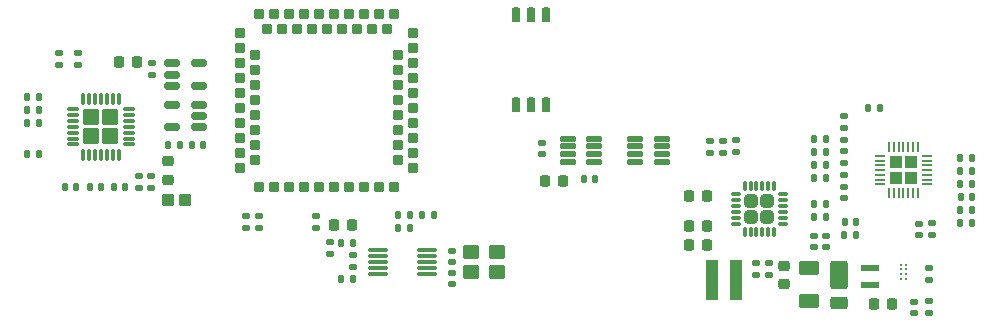
<source format=gbr>
%TF.GenerationSoftware,KiCad,Pcbnew,9.0.1+1*%
%TF.CreationDate,2025-05-26T16:30:19+08:00*%
%TF.ProjectId,audio_lab,61756469-6f5f-46c6-9162-2e6b69636164,rev?*%
%TF.SameCoordinates,Original*%
%TF.FileFunction,Paste,Top*%
%TF.FilePolarity,Positive*%
%FSLAX46Y46*%
G04 Gerber Fmt 4.6, Leading zero omitted, Abs format (unit mm)*
G04 Created by KiCad (PCBNEW 9.0.1+1) date 2025-05-26 16:30:19*
%MOMM*%
%LPD*%
G01*
G04 APERTURE LIST*
G04 Aperture macros list*
%AMRoundRect*
0 Rectangle with rounded corners*
0 $1 Rounding radius*
0 $2 $3 $4 $5 $6 $7 $8 $9 X,Y pos of 4 corners*
0 Add a 4 corners polygon primitive as box body*
4,1,4,$2,$3,$4,$5,$6,$7,$8,$9,$2,$3,0*
0 Add four circle primitives for the rounded corners*
1,1,$1+$1,$2,$3*
1,1,$1+$1,$4,$5*
1,1,$1+$1,$6,$7*
1,1,$1+$1,$8,$9*
0 Add four rect primitives between the rounded corners*
20,1,$1+$1,$2,$3,$4,$5,0*
20,1,$1+$1,$4,$5,$6,$7,0*
20,1,$1+$1,$6,$7,$8,$9,0*
20,1,$1+$1,$8,$9,$2,$3,0*%
G04 Aperture macros list end*
%ADD10RoundRect,0.150000X0.512500X0.150000X-0.512500X0.150000X-0.512500X-0.150000X0.512500X-0.150000X0*%
%ADD11RoundRect,0.135000X-0.185000X0.135000X-0.185000X-0.135000X0.185000X-0.135000X0.185000X0.135000X0*%
%ADD12RoundRect,0.140000X0.140000X0.170000X-0.140000X0.170000X-0.140000X-0.170000X0.140000X-0.170000X0*%
%ADD13RoundRect,0.140000X-0.170000X0.140000X-0.170000X-0.140000X0.170000X-0.140000X0.170000X0.140000X0*%
%ADD14RoundRect,0.250000X0.315000X0.315000X-0.315000X0.315000X-0.315000X-0.315000X0.315000X-0.315000X0*%
%ADD15RoundRect,0.075000X0.350000X0.075000X-0.350000X0.075000X-0.350000X-0.075000X0.350000X-0.075000X0*%
%ADD16RoundRect,0.075000X0.075000X0.350000X-0.075000X0.350000X-0.075000X-0.350000X0.075000X-0.350000X0*%
%ADD17RoundRect,0.081000X0.324000X0.324000X-0.324000X0.324000X-0.324000X-0.324000X0.324000X-0.324000X0*%
%ADD18RoundRect,0.140000X0.170000X-0.140000X0.170000X0.140000X-0.170000X0.140000X-0.170000X-0.140000X0*%
%ADD19RoundRect,0.225000X-0.225000X-0.250000X0.225000X-0.250000X0.225000X0.250000X-0.225000X0.250000X0*%
%ADD20RoundRect,0.135000X0.135000X0.185000X-0.135000X0.185000X-0.135000X-0.185000X0.135000X-0.185000X0*%
%ADD21RoundRect,0.250000X0.500000X-0.950000X0.500000X0.950000X-0.500000X0.950000X-0.500000X-0.950000X0*%
%ADD22RoundRect,0.250000X0.500000X-0.275000X0.500000X0.275000X-0.500000X0.275000X-0.500000X-0.275000X0*%
%ADD23RoundRect,0.135000X0.185000X-0.135000X0.185000X0.135000X-0.185000X0.135000X-0.185000X-0.135000X0*%
%ADD24RoundRect,0.140000X-0.140000X-0.170000X0.140000X-0.170000X0.140000X0.170000X-0.140000X0.170000X0*%
%ADD25RoundRect,0.250000X-0.295000X-0.295000X0.295000X-0.295000X0.295000X0.295000X-0.295000X0.295000X0*%
%ADD26RoundRect,0.050000X-0.362500X-0.050000X0.362500X-0.050000X0.362500X0.050000X-0.362500X0.050000X0*%
%ADD27RoundRect,0.050000X-0.050000X-0.362500X0.050000X-0.362500X0.050000X0.362500X-0.050000X0.362500X0*%
%ADD28RoundRect,0.250000X0.450000X0.350000X-0.450000X0.350000X-0.450000X-0.350000X0.450000X-0.350000X0*%
%ADD29RoundRect,0.135000X-0.135000X-0.185000X0.135000X-0.185000X0.135000X0.185000X-0.135000X0.185000X0*%
%ADD30RoundRect,0.218750X-0.256250X0.218750X-0.256250X-0.218750X0.256250X-0.218750X0.256250X0.218750X0*%
%ADD31RoundRect,0.125000X0.537500X0.125000X-0.537500X0.125000X-0.537500X-0.125000X0.537500X-0.125000X0*%
%ADD32RoundRect,0.147500X-0.147500X-0.172500X0.147500X-0.172500X0.147500X0.172500X-0.147500X0.172500X0*%
%ADD33RoundRect,0.050000X-0.075000X-0.075000X0.075000X-0.075000X0.075000X0.075000X-0.075000X0.075000X0*%
%ADD34C,0.230000*%
%ADD35RoundRect,0.225000X0.225000X0.250000X-0.225000X0.250000X-0.225000X-0.250000X0.225000X-0.250000X0*%
%ADD36RoundRect,0.125000X-0.537500X-0.125000X0.537500X-0.125000X0.537500X0.125000X-0.537500X0.125000X0*%
%ADD37RoundRect,0.218750X-0.218750X-0.256250X0.218750X-0.256250X0.218750X0.256250X-0.218750X0.256250X0*%
%ADD38RoundRect,0.137500X-0.662500X0.137500X-0.662500X-0.137500X0.662500X-0.137500X0.662500X0.137500X0*%
%ADD39RoundRect,0.225000X-0.250000X0.225000X-0.250000X-0.225000X0.250000X-0.225000X0.250000X0.225000X0*%
%ADD40RoundRect,0.087500X0.725000X0.087500X-0.725000X0.087500X-0.725000X-0.087500X0.725000X-0.087500X0*%
%ADD41RoundRect,0.190000X-0.190000X0.445000X-0.190000X-0.445000X0.190000X-0.445000X0.190000X0.445000X0*%
%ADD42RoundRect,0.250000X-0.287500X-0.275000X0.287500X-0.275000X0.287500X0.275000X-0.287500X0.275000X0*%
%ADD43RoundRect,0.150000X-0.512500X-0.150000X0.512500X-0.150000X0.512500X0.150000X-0.512500X0.150000X0*%
%ADD44RoundRect,0.250000X0.455000X0.455000X-0.455000X0.455000X-0.455000X-0.455000X0.455000X-0.455000X0*%
%ADD45RoundRect,0.075000X0.412500X0.075000X-0.412500X0.075000X-0.412500X-0.075000X0.412500X-0.075000X0*%
%ADD46RoundRect,0.075000X0.075000X0.412500X-0.075000X0.412500X-0.075000X-0.412500X0.075000X-0.412500X0*%
%ADD47R,1.000000X3.400000*%
%ADD48RoundRect,0.250000X0.625000X-0.375000X0.625000X0.375000X-0.625000X0.375000X-0.625000X-0.375000X0*%
G04 APERTURE END LIST*
D10*
%TO.C,U7*%
X95287500Y-88637500D03*
X95287500Y-87687500D03*
X95287500Y-86737500D03*
X93012500Y-86737500D03*
X93012500Y-88637500D03*
%TD*%
D11*
%TO.C,R28*%
X157150000Y-103367500D03*
X157150000Y-104387500D03*
%TD*%
D12*
%TO.C,C25*%
X84930000Y-93687500D03*
X83970000Y-93687500D03*
%TD*%
D13*
%TO.C,C16*%
X83450000Y-82407500D03*
X83450000Y-83367500D03*
%TD*%
D14*
%TO.C,U1*%
X143425000Y-96262500D03*
X143425000Y-94912500D03*
X142075000Y-96262500D03*
X142075000Y-94912500D03*
D15*
X144725000Y-96837500D03*
X144725000Y-96337500D03*
X144725000Y-95837500D03*
X144725000Y-95337500D03*
X144725000Y-94837500D03*
X144725000Y-94337500D03*
D16*
X144000000Y-93612500D03*
X143500000Y-93612500D03*
X143000000Y-93612500D03*
X142500000Y-93612500D03*
X142000000Y-93612500D03*
X141500000Y-93612500D03*
D15*
X140775000Y-94337500D03*
X140775000Y-94837500D03*
X140775000Y-95337500D03*
X140775000Y-95837500D03*
X140775000Y-96337500D03*
X140775000Y-96837500D03*
D16*
X141500000Y-97562500D03*
X142000000Y-97562500D03*
X142500000Y-97562500D03*
X143000000Y-97562500D03*
X143500000Y-97562500D03*
X144000000Y-97562500D03*
%TD*%
D17*
%TO.C,U2*%
X113405000Y-92102500D03*
X113405000Y-90832500D03*
X113405000Y-89562500D03*
X113405000Y-88292500D03*
X113405000Y-87022500D03*
X113405000Y-85752500D03*
X113405000Y-84482500D03*
X113405000Y-83212500D03*
X113405000Y-81942500D03*
X113405000Y-80672500D03*
X112135000Y-91467500D03*
X112135000Y-90197500D03*
X112135000Y-88927500D03*
X112135000Y-87657500D03*
X112135000Y-86387500D03*
X112135000Y-85117500D03*
X112135000Y-83847500D03*
X112135000Y-82577500D03*
X111820000Y-79087500D03*
X110550000Y-79087500D03*
X109280000Y-79087500D03*
X108010000Y-79087500D03*
X106740000Y-79087500D03*
X105470000Y-79087500D03*
X104200000Y-79087500D03*
X102930000Y-79087500D03*
X101660000Y-79087500D03*
X100390000Y-79087500D03*
X111185000Y-80357500D03*
X109915000Y-80357500D03*
X108645000Y-80357500D03*
X107375000Y-80357500D03*
X106105000Y-80357500D03*
X104835000Y-80357500D03*
X103565000Y-80357500D03*
X102295000Y-80357500D03*
X101025000Y-80357500D03*
X98805000Y-80672500D03*
X98805000Y-81942500D03*
X98805000Y-83212500D03*
X98805000Y-84482500D03*
X98805000Y-85752500D03*
X98805000Y-87022500D03*
X98805000Y-88292500D03*
X98805000Y-89562500D03*
X98805000Y-90832500D03*
X98805000Y-92102500D03*
X100075000Y-82577500D03*
X100075000Y-83847500D03*
X100075000Y-85117500D03*
X100075000Y-86387500D03*
X100075000Y-87657500D03*
X100075000Y-88927500D03*
X100075000Y-90197500D03*
X100075000Y-91467500D03*
X100390000Y-93687500D03*
X101660000Y-93687500D03*
X102930000Y-93687500D03*
X104200000Y-93687500D03*
X105470000Y-93687500D03*
X106740000Y-93687500D03*
X108010000Y-93687500D03*
X109280000Y-93687500D03*
X110550000Y-93687500D03*
X111820000Y-93687500D03*
%TD*%
D18*
%TO.C,C43*%
X91350000Y-84197500D03*
X91350000Y-83237500D03*
%TD*%
D19*
%TO.C,C3*%
X136750000Y-98587500D03*
X138300000Y-98587500D03*
%TD*%
D13*
%TO.C,C39*%
X116700000Y-99107500D03*
X116700000Y-100067500D03*
%TD*%
D20*
%TO.C,R3*%
X152960000Y-86987500D03*
X151940000Y-86987500D03*
%TD*%
D12*
%TO.C,C21*%
X81730000Y-86087500D03*
X80770000Y-86087500D03*
%TD*%
%TO.C,C17*%
X89030000Y-93687500D03*
X88070000Y-93687500D03*
%TD*%
D18*
%TO.C,C6*%
X142500000Y-101147500D03*
X142500000Y-100187500D03*
%TD*%
D21*
%TO.C,D1*%
X149525000Y-101137500D03*
D22*
X149525000Y-103512500D03*
%TD*%
D12*
%TO.C,C20*%
X81730000Y-87187500D03*
X80770000Y-87187500D03*
%TD*%
D23*
%TO.C,R25*%
X99250000Y-97147500D03*
X99250000Y-96127500D03*
%TD*%
D24*
%TO.C,C32*%
X159770000Y-91287500D03*
X160730000Y-91287500D03*
%TD*%
D25*
%TO.C,U5*%
X154275000Y-91612500D03*
X154275000Y-92962500D03*
X155625000Y-91612500D03*
X155625000Y-92962500D03*
D26*
X152987500Y-91087500D03*
X152987500Y-91487500D03*
X152987500Y-91887500D03*
X152987500Y-92287500D03*
X152987500Y-92687500D03*
X152987500Y-93087500D03*
X152987500Y-93487500D03*
D27*
X153750000Y-94250000D03*
X154150000Y-94250000D03*
X154550000Y-94250000D03*
X154950000Y-94250000D03*
X155350000Y-94250000D03*
X155750000Y-94250000D03*
X156150000Y-94250000D03*
D26*
X156912500Y-93487500D03*
X156912500Y-93087500D03*
X156912500Y-92687500D03*
X156912500Y-92287500D03*
X156912500Y-91887500D03*
X156912500Y-91487500D03*
X156912500Y-91087500D03*
D27*
X156150000Y-90325000D03*
X155750000Y-90325000D03*
X155350000Y-90325000D03*
X154950000Y-90325000D03*
X154550000Y-90325000D03*
X154150000Y-90325000D03*
X153750000Y-90325000D03*
%TD*%
D23*
%TO.C,R2*%
X149950000Y-88697500D03*
X149950000Y-87677500D03*
%TD*%
D28*
%TO.C,X1*%
X120550000Y-99237500D03*
X118350000Y-99237500D03*
X118350000Y-100937500D03*
X120550000Y-100937500D03*
%TD*%
D29*
%TO.C,R18*%
X147340000Y-92987500D03*
X148360000Y-92987500D03*
%TD*%
D20*
%TO.C,R17*%
X148360000Y-91887500D03*
X147340000Y-91887500D03*
%TD*%
D13*
%TO.C,C8*%
X143550000Y-100187500D03*
X143550000Y-101147500D03*
%TD*%
D30*
%TO.C,L4*%
X92712500Y-91531250D03*
X92712500Y-93106250D03*
%TD*%
D23*
%TO.C,R34*%
X105250000Y-97147500D03*
X105250000Y-96127500D03*
%TD*%
D11*
%TO.C,R7*%
X140750000Y-89767500D03*
X140750000Y-90787500D03*
%TD*%
D20*
%TO.C,R20*%
X113210000Y-97187500D03*
X112190000Y-97187500D03*
%TD*%
D19*
%TO.C,C40*%
X124575000Y-93187500D03*
X126125000Y-93187500D03*
%TD*%
D31*
%TO.C,U8*%
X128787500Y-91571500D03*
X128787500Y-90921500D03*
X128787500Y-90271500D03*
X128787500Y-89621500D03*
X126512500Y-89621500D03*
X126512500Y-90271500D03*
X126512500Y-90921500D03*
X126512500Y-91571500D03*
%TD*%
D18*
%TO.C,C37*%
X106400000Y-99367500D03*
X106400000Y-98407500D03*
%TD*%
D29*
%TO.C,R15*%
X147340000Y-89687500D03*
X148360000Y-89687500D03*
%TD*%
D12*
%TO.C,C35*%
X150930000Y-96687500D03*
X149970000Y-96687500D03*
%TD*%
D19*
%TO.C,C14*%
X152450820Y-103625900D03*
X154000820Y-103625900D03*
%TD*%
D29*
%TO.C,R10*%
X159750000Y-95687500D03*
X160770000Y-95687500D03*
%TD*%
%TO.C,R31*%
X112190000Y-96087500D03*
X113210000Y-96087500D03*
%TD*%
D11*
%TO.C,R33*%
X90200000Y-92787500D03*
X90200000Y-93807500D03*
%TD*%
%TO.C,R5*%
X149950000Y-91687500D03*
X149950000Y-92707500D03*
%TD*%
D12*
%TO.C,C31*%
X160730000Y-93487500D03*
X159770000Y-93487500D03*
%TD*%
D32*
%TO.C,FB1*%
X107342500Y-98487500D03*
X108312500Y-98487500D03*
%TD*%
D33*
%TO.C,U3*%
X154750000Y-100287500D03*
X154750000Y-100687500D03*
X154750000Y-101087500D03*
X154750000Y-101487500D03*
X155150000Y-100287500D03*
X155150000Y-100687500D03*
X155150000Y-101087500D03*
X155150000Y-101487500D03*
D34*
X154750000Y-100287500D03*
X155150000Y-100287500D03*
X154750000Y-100687500D03*
X155150000Y-100687500D03*
X154750000Y-101087500D03*
X155150000Y-101087500D03*
X154750000Y-101487500D03*
X155150000Y-101487500D03*
%TD*%
D20*
%TO.C,R26*%
X148360000Y-95187500D03*
X147340000Y-95187500D03*
%TD*%
D12*
%TO.C,C22*%
X87000000Y-93687500D03*
X86040000Y-93687500D03*
%TD*%
D35*
%TO.C,C7*%
X138325000Y-94487500D03*
X136775000Y-94487500D03*
%TD*%
D36*
%TO.C,U10*%
X132230000Y-89621500D03*
X132230000Y-90271500D03*
X132230000Y-90921500D03*
X132230000Y-91571500D03*
X134505000Y-91571500D03*
X134505000Y-90921500D03*
X134505000Y-90271500D03*
X134505000Y-89621500D03*
%TD*%
D24*
%TO.C,C42*%
X127890000Y-93037500D03*
X128850000Y-93037500D03*
%TD*%
D12*
%TO.C,C26*%
X95630000Y-90137500D03*
X94670000Y-90137500D03*
%TD*%
D24*
%TO.C,C27*%
X92712500Y-90137500D03*
X93672500Y-90137500D03*
%TD*%
D18*
%TO.C,C41*%
X124350000Y-90912500D03*
X124350000Y-89952500D03*
%TD*%
D12*
%TO.C,C33*%
X160730000Y-92387500D03*
X159770000Y-92387500D03*
%TD*%
D19*
%TO.C,C2*%
X136762500Y-96987500D03*
X138312500Y-96987500D03*
%TD*%
D29*
%TO.C,R30*%
X80740000Y-90887500D03*
X81760000Y-90887500D03*
%TD*%
D23*
%TO.C,R8*%
X138550000Y-90797500D03*
X138550000Y-89777500D03*
%TD*%
D18*
%TO.C,C24*%
X155850000Y-104367500D03*
X155850000Y-103407500D03*
%TD*%
D37*
%TO.C,D2*%
X106712500Y-96887500D03*
X108287500Y-96887500D03*
%TD*%
D29*
%TO.C,R16*%
X147340000Y-90787500D03*
X148360000Y-90787500D03*
%TD*%
D38*
%TO.C,L3*%
X152150050Y-100562500D03*
X152150050Y-102012500D03*
%TD*%
D20*
%TO.C,R9*%
X160770000Y-96787500D03*
X159750000Y-96787500D03*
%TD*%
%TO.C,R1*%
X148360000Y-96287500D03*
X147340000Y-96287500D03*
%TD*%
D18*
%TO.C,C30*%
X149950000Y-94667500D03*
X149950000Y-93707500D03*
%TD*%
D39*
%TO.C,C1*%
X144875000Y-100412500D03*
X144875000Y-101962500D03*
%TD*%
D13*
%TO.C,C5*%
X148350000Y-97857500D03*
X148350000Y-98817500D03*
%TD*%
D20*
%TO.C,R23*%
X115210000Y-96087500D03*
X114190000Y-96087500D03*
%TD*%
D40*
%TO.C,U11*%
X114650000Y-101087500D03*
X114650000Y-100587500D03*
X114650000Y-100087500D03*
X114650000Y-99587500D03*
X114650000Y-99087500D03*
X110425000Y-99087500D03*
X110425000Y-99587500D03*
X110425000Y-100087500D03*
X110425000Y-100587500D03*
X110425000Y-101087500D03*
%TD*%
D18*
%TO.C,C19*%
X85050000Y-83367500D03*
X85050000Y-82407500D03*
%TD*%
D29*
%TO.C,R11*%
X149940000Y-97787500D03*
X150960000Y-97787500D03*
%TD*%
D41*
%TO.C,SW2*%
X124650000Y-79177500D03*
X123380000Y-79177500D03*
X122110000Y-79177500D03*
X122110000Y-86797500D03*
X123380000Y-86797500D03*
X124650000Y-86797500D03*
%TD*%
D18*
%TO.C,C36*%
X108337500Y-100467500D03*
X108337500Y-99507500D03*
%TD*%
D42*
%TO.C,C28*%
X92712500Y-94775000D03*
X94137500Y-94775000D03*
%TD*%
D29*
%TO.C,R14*%
X107317500Y-101487500D03*
X108337500Y-101487500D03*
%TD*%
D43*
%TO.C,U12*%
X93000000Y-83237500D03*
X93000000Y-84187500D03*
X93000000Y-85137500D03*
X95275000Y-85137500D03*
X95275000Y-83237500D03*
%TD*%
D37*
%TO.C,FB2*%
X88500000Y-83087500D03*
X90075000Y-83087500D03*
%TD*%
D44*
%TO.C,U6*%
X87810000Y-89422500D03*
X87810000Y-87802500D03*
X86190000Y-89422500D03*
X86190000Y-87802500D03*
D45*
X89362500Y-90112500D03*
X89362500Y-89612500D03*
X89362500Y-89112500D03*
X89362500Y-88612500D03*
X89362500Y-88112500D03*
X89362500Y-87612500D03*
X89362500Y-87112500D03*
D46*
X88500000Y-86250000D03*
X88000000Y-86250000D03*
X87500000Y-86250000D03*
X87000000Y-86250000D03*
X86500000Y-86250000D03*
X86000000Y-86250000D03*
X85500000Y-86250000D03*
D45*
X84637500Y-87112500D03*
X84637500Y-87612500D03*
X84637500Y-88112500D03*
X84637500Y-88612500D03*
X84637500Y-89112500D03*
X84637500Y-89612500D03*
X84637500Y-90112500D03*
D46*
X85500000Y-90975000D03*
X86000000Y-90975000D03*
X86500000Y-90975000D03*
X87000000Y-90975000D03*
X87500000Y-90975000D03*
X88000000Y-90975000D03*
X88500000Y-90975000D03*
%TD*%
D11*
%TO.C,R12*%
X157350000Y-96777500D03*
X157350000Y-97797500D03*
%TD*%
D12*
%TO.C,C18*%
X81730000Y-88287500D03*
X80770000Y-88287500D03*
%TD*%
D13*
%TO.C,C12*%
X156250000Y-96807500D03*
X156250000Y-97767500D03*
%TD*%
D11*
%TO.C,R32*%
X91250000Y-92787500D03*
X91250000Y-93807500D03*
%TD*%
D23*
%TO.C,R24*%
X100400000Y-97147500D03*
X100400000Y-96127500D03*
%TD*%
D11*
%TO.C,R6*%
X139650000Y-89777500D03*
X139650000Y-90797500D03*
%TD*%
D24*
%TO.C,C11*%
X159780000Y-94587500D03*
X160740000Y-94587500D03*
%TD*%
D47*
%TO.C,L1*%
X140800000Y-101587500D03*
X138700000Y-101587500D03*
%TD*%
D18*
%TO.C,C38*%
X116700000Y-101947500D03*
X116700000Y-100987500D03*
%TD*%
%TO.C,C23*%
X149950000Y-90667500D03*
X149950000Y-89707500D03*
%TD*%
D13*
%TO.C,C13*%
X157150050Y-100587500D03*
X157150050Y-101547500D03*
%TD*%
%TO.C,C4*%
X147350000Y-97857500D03*
X147350000Y-98817500D03*
%TD*%
D48*
%TO.C,F1*%
X146950000Y-103387500D03*
X146950000Y-100587500D03*
%TD*%
M02*

</source>
